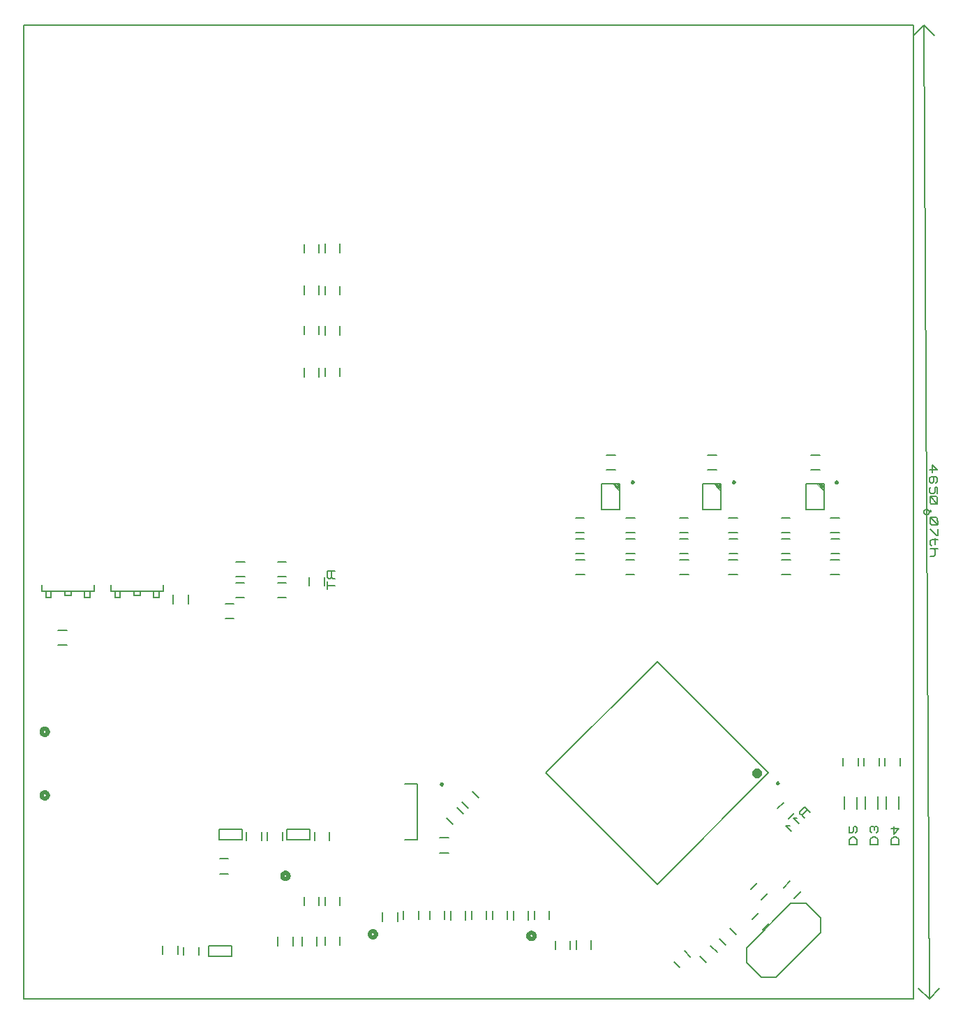
<source format=gbr>
G04 PROTEUS GERBER X2 FILE*
%TF.GenerationSoftware,Labcenter,Proteus,8.7-SP3-Build25561*%
%TF.CreationDate,2021-06-23T20:43:36+00:00*%
%TF.FileFunction,Legend,Bot*%
%TF.FilePolarity,Positive*%
%TF.Part,Single*%
%TF.SameCoordinates,{72a0a031-abb8-4097-8df3-996e39d3871e}*%
%FSLAX45Y45*%
%MOMM*%
G01*
%TA.AperFunction,Material*%
%ADD62C,0.200000*%
%ADD67C,0.600000*%
%ADD68C,0.250000*%
%TA.AperFunction,Profile*%
%ADD47C,0.203200*%
%TA.AperFunction,Material*%
%ADD61C,0.203200*%
%ADD69C,0.100000*%
%ADD64C,0.508000*%
%TA.AperFunction,NonMaterial*%
%ADD48C,0.203200*%
%TD.AperFunction*%
D62*
X+6604000Y-8072565D02*
X+5253426Y-6721991D01*
X+6604000Y-5371417D01*
X+7954574Y-6721991D01*
X+6604000Y-8072565D01*
D67*
X+7843152Y-6721991D02*
X+7843049Y-6719502D01*
X+7842207Y-6714522D01*
X+7840447Y-6709542D01*
X+7837570Y-6704562D01*
X+7833169Y-6699646D01*
X+7828189Y-6696032D01*
X+7823209Y-6693727D01*
X+7818229Y-6692424D01*
X+7813249Y-6691991D01*
X+7813152Y-6691991D01*
X+7783152Y-6721991D02*
X+7783255Y-6719502D01*
X+7784097Y-6714522D01*
X+7785857Y-6709542D01*
X+7788734Y-6704562D01*
X+7793135Y-6699646D01*
X+7798115Y-6696032D01*
X+7803095Y-6693727D01*
X+7808075Y-6692424D01*
X+7813055Y-6691991D01*
X+7813152Y-6691991D01*
X+7783152Y-6721991D02*
X+7783255Y-6724480D01*
X+7784097Y-6729460D01*
X+7785857Y-6734440D01*
X+7788734Y-6739420D01*
X+7793135Y-6744336D01*
X+7798115Y-6747950D01*
X+7803095Y-6750255D01*
X+7808075Y-6751558D01*
X+7813055Y-6751991D01*
X+7813152Y-6751991D01*
X+7843152Y-6721991D02*
X+7843049Y-6724480D01*
X+7842207Y-6729460D01*
X+7840447Y-6734440D01*
X+7837570Y-6739420D01*
X+7833169Y-6744336D01*
X+7828189Y-6747950D01*
X+7823209Y-6750255D01*
X+7818229Y-6751558D01*
X+7813249Y-6751991D01*
X+7813152Y-6751991D01*
D68*
X+8076675Y-6845735D02*
X+8076632Y-6844696D01*
X+8076280Y-6842617D01*
X+8075543Y-6840538D01*
X+8074339Y-6838459D01*
X+8072498Y-6836409D01*
X+8070419Y-6834906D01*
X+8068340Y-6833949D01*
X+8066261Y-6833410D01*
X+8064182Y-6833235D01*
X+8064175Y-6833235D01*
X+8051675Y-6845735D02*
X+8051718Y-6844696D01*
X+8052070Y-6842617D01*
X+8052807Y-6840538D01*
X+8054011Y-6838459D01*
X+8055852Y-6836409D01*
X+8057931Y-6834906D01*
X+8060010Y-6833949D01*
X+8062089Y-6833410D01*
X+8064168Y-6833235D01*
X+8064175Y-6833235D01*
X+8051675Y-6845735D02*
X+8051718Y-6846774D01*
X+8052070Y-6848853D01*
X+8052807Y-6850932D01*
X+8054011Y-6853011D01*
X+8055852Y-6855061D01*
X+8057931Y-6856564D01*
X+8060010Y-6857521D01*
X+8062089Y-6858060D01*
X+8064168Y-6858235D01*
X+8064175Y-6858235D01*
X+8076675Y-6845735D02*
X+8076632Y-6846774D01*
X+8076280Y-6848853D01*
X+8075543Y-6850932D01*
X+8074339Y-6853011D01*
X+8072498Y-6855061D01*
X+8070419Y-6856564D01*
X+8068340Y-6857521D01*
X+8066261Y-6858060D01*
X+8064182Y-6858235D01*
X+8064175Y-6858235D01*
D47*
X-1079500Y-9461500D02*
X+9715500Y-9461500D01*
X+9715500Y+2349500D01*
X-1079500Y+2349500D01*
X-1079500Y-9461500D01*
D61*
X+1164590Y-8944610D02*
X+1443990Y-8944610D01*
X+1443990Y-8817610D01*
X+1164590Y-8817610D01*
X+1164590Y-8944610D01*
X+2112010Y-7530349D02*
X+2391410Y-7530349D01*
X+2391410Y-7403349D01*
X+2112010Y-7403349D01*
X+2112010Y-7530349D01*
X+1286510Y-7530349D02*
X+1565910Y-7530349D01*
X+1565910Y-7403349D01*
X+1286510Y-7403349D01*
X+1286510Y-7530349D01*
D62*
X+2503000Y-811000D02*
X+2503000Y-921000D01*
X+2323000Y-811000D02*
X+2323000Y-921000D01*
X+2503000Y-313000D02*
X+2503000Y-413000D01*
X+2323000Y-313000D02*
X+2323000Y-413000D01*
X+2757000Y-303000D02*
X+2757000Y-413000D01*
X+2577000Y-303000D02*
X+2577000Y-413000D01*
X+2757000Y-821000D02*
X+2757000Y-921000D01*
X+2577000Y-821000D02*
X+2577000Y-921000D01*
D61*
X-228600Y-4445000D02*
X-228600Y-4521200D01*
X-863600Y-4521200D01*
X-863600Y-4445000D01*
X-508000Y-4521200D02*
X-508000Y-4572000D01*
X-584200Y-4572000D01*
X-584200Y-4521200D01*
X-279400Y-4521200D02*
X-279400Y-4597400D01*
X-342900Y-4597400D01*
X-342900Y-4521200D01*
X-812800Y-4521200D02*
X-812800Y-4597400D01*
X-749300Y-4597400D01*
X-749300Y-4521200D02*
X-749300Y-4597400D01*
X+609600Y-4445000D02*
X+609600Y-4521200D01*
X-25400Y-4521200D01*
X-25400Y-4445000D01*
X+330200Y-4521200D02*
X+330200Y-4572000D01*
X+254000Y-4572000D01*
X+254000Y-4521200D01*
X+558800Y-4521200D02*
X+558800Y-4597400D01*
X+495300Y-4597400D01*
X+495300Y-4521200D01*
X+25400Y-4521200D02*
X+25400Y-4597400D01*
X+88900Y-4597400D01*
X+88900Y-4521200D02*
X+88900Y-4597400D01*
D62*
X-557000Y-5170000D02*
X-667000Y-5170000D01*
X-557000Y-4990000D02*
X-667000Y-4990000D01*
X+735500Y-4667500D02*
X+735500Y-4557500D01*
X+915500Y-4667500D02*
X+915500Y-4557500D01*
X+2757000Y-1301500D02*
X+2757000Y-1411500D01*
X+2577000Y-1301500D02*
X+2577000Y-1411500D01*
X+2503000Y-1809500D02*
X+2503000Y-1919500D01*
X+2323000Y-1809500D02*
X+2323000Y-1919500D01*
X+2757000Y-1809500D02*
X+2757000Y-1909500D01*
X+2577000Y-1809500D02*
X+2577000Y-1909500D01*
X+2503000Y-1301500D02*
X+2503000Y-1401500D01*
X+2323000Y-1301500D02*
X+2323000Y-1401500D01*
D68*
X+6316500Y-3195902D02*
X+6316457Y-3194863D01*
X+6316105Y-3192784D01*
X+6315368Y-3190705D01*
X+6314164Y-3188626D01*
X+6312323Y-3186576D01*
X+6310244Y-3185073D01*
X+6308165Y-3184116D01*
X+6306086Y-3183577D01*
X+6304007Y-3183402D01*
X+6304000Y-3183402D01*
X+6291500Y-3195902D02*
X+6291543Y-3194863D01*
X+6291895Y-3192784D01*
X+6292632Y-3190705D01*
X+6293836Y-3188626D01*
X+6295677Y-3186576D01*
X+6297756Y-3185073D01*
X+6299835Y-3184116D01*
X+6301914Y-3183577D01*
X+6303993Y-3183402D01*
X+6304000Y-3183402D01*
X+6291500Y-3195902D02*
X+6291543Y-3196941D01*
X+6291895Y-3199020D01*
X+6292632Y-3201099D01*
X+6293836Y-3203178D01*
X+6295677Y-3205228D01*
X+6297756Y-3206731D01*
X+6299835Y-3207688D01*
X+6301914Y-3208227D01*
X+6303993Y-3208402D01*
X+6304000Y-3208402D01*
X+6316500Y-3195902D02*
X+6316457Y-3196941D01*
X+6316105Y-3199020D01*
X+6315368Y-3201099D01*
X+6314164Y-3203178D01*
X+6312323Y-3205228D01*
X+6310244Y-3206731D01*
X+6308165Y-3207688D01*
X+6306086Y-3208227D01*
X+6304007Y-3208402D01*
X+6304000Y-3208402D01*
D62*
X+6154000Y-3525902D02*
X+5934000Y-3525902D01*
X+5934000Y-3215902D01*
X+6154000Y-3215902D01*
X+6154000Y-3525902D01*
D69*
X+6154000Y-3225902D02*
X+6144000Y-3215902D01*
X+6154000Y-3235902D02*
X+6134000Y-3215902D01*
X+6154000Y-3245902D02*
X+6124000Y-3215902D01*
X+6154000Y-3255902D02*
X+6114000Y-3215902D01*
X+6154000Y-3265902D02*
X+6104000Y-3215902D01*
X+6154000Y-3275902D02*
X+6094000Y-3215902D01*
X+6154000Y-3285902D02*
X+6084000Y-3215902D01*
X+6154000Y-3295902D02*
X+6074000Y-3215902D01*
X+6154000Y-3305902D02*
X+6064000Y-3215902D01*
D68*
X+7543607Y-3195533D02*
X+7543564Y-3194494D01*
X+7543212Y-3192415D01*
X+7542475Y-3190336D01*
X+7541271Y-3188257D01*
X+7539430Y-3186207D01*
X+7537351Y-3184704D01*
X+7535272Y-3183747D01*
X+7533193Y-3183208D01*
X+7531114Y-3183033D01*
X+7531107Y-3183033D01*
X+7518607Y-3195533D02*
X+7518650Y-3194494D01*
X+7519002Y-3192415D01*
X+7519739Y-3190336D01*
X+7520943Y-3188257D01*
X+7522784Y-3186207D01*
X+7524863Y-3184704D01*
X+7526942Y-3183747D01*
X+7529021Y-3183208D01*
X+7531100Y-3183033D01*
X+7531107Y-3183033D01*
X+7518607Y-3195533D02*
X+7518650Y-3196572D01*
X+7519002Y-3198651D01*
X+7519739Y-3200730D01*
X+7520943Y-3202809D01*
X+7522784Y-3204859D01*
X+7524863Y-3206362D01*
X+7526942Y-3207319D01*
X+7529021Y-3207858D01*
X+7531100Y-3208033D01*
X+7531107Y-3208033D01*
X+7543607Y-3195533D02*
X+7543564Y-3196572D01*
X+7543212Y-3198651D01*
X+7542475Y-3200730D01*
X+7541271Y-3202809D01*
X+7539430Y-3204859D01*
X+7537351Y-3206362D01*
X+7535272Y-3207319D01*
X+7533193Y-3207858D01*
X+7531114Y-3208033D01*
X+7531107Y-3208033D01*
D62*
X+7381107Y-3525533D02*
X+7161107Y-3525533D01*
X+7161107Y-3215533D01*
X+7381107Y-3215533D01*
X+7381107Y-3525533D01*
D69*
X+7381107Y-3225533D02*
X+7371107Y-3215533D01*
X+7381107Y-3235533D02*
X+7361107Y-3215533D01*
X+7381107Y-3245533D02*
X+7351107Y-3215533D01*
X+7381107Y-3255533D02*
X+7341107Y-3215533D01*
X+7381107Y-3265533D02*
X+7331107Y-3215533D01*
X+7381107Y-3275533D02*
X+7321107Y-3215533D01*
X+7381107Y-3285533D02*
X+7311107Y-3215533D01*
X+7381107Y-3295533D02*
X+7301107Y-3215533D01*
X+7381107Y-3305533D02*
X+7291107Y-3215533D01*
D68*
X+8793369Y-3197033D02*
X+8793326Y-3195994D01*
X+8792974Y-3193915D01*
X+8792237Y-3191836D01*
X+8791033Y-3189757D01*
X+8789192Y-3187707D01*
X+8787113Y-3186204D01*
X+8785034Y-3185247D01*
X+8782955Y-3184708D01*
X+8780876Y-3184533D01*
X+8780869Y-3184533D01*
X+8768369Y-3197033D02*
X+8768412Y-3195994D01*
X+8768764Y-3193915D01*
X+8769501Y-3191836D01*
X+8770705Y-3189757D01*
X+8772546Y-3187707D01*
X+8774625Y-3186204D01*
X+8776704Y-3185247D01*
X+8778783Y-3184708D01*
X+8780862Y-3184533D01*
X+8780869Y-3184533D01*
X+8768369Y-3197033D02*
X+8768412Y-3198072D01*
X+8768764Y-3200151D01*
X+8769501Y-3202230D01*
X+8770705Y-3204309D01*
X+8772546Y-3206359D01*
X+8774625Y-3207862D01*
X+8776704Y-3208819D01*
X+8778783Y-3209358D01*
X+8780862Y-3209533D01*
X+8780869Y-3209533D01*
X+8793369Y-3197033D02*
X+8793326Y-3198072D01*
X+8792974Y-3200151D01*
X+8792237Y-3202230D01*
X+8791033Y-3204309D01*
X+8789192Y-3206359D01*
X+8787113Y-3207862D01*
X+8785034Y-3208819D01*
X+8782955Y-3209358D01*
X+8780876Y-3209533D01*
X+8780869Y-3209533D01*
D62*
X+8630869Y-3527033D02*
X+8410869Y-3527033D01*
X+8410869Y-3217033D01*
X+8630869Y-3217033D01*
X+8630869Y-3527033D01*
D69*
X+8630869Y-3227033D02*
X+8620869Y-3217033D01*
X+8630869Y-3237033D02*
X+8610869Y-3217033D01*
X+8630869Y-3247033D02*
X+8600869Y-3217033D01*
X+8630869Y-3257033D02*
X+8590869Y-3217033D01*
X+8630869Y-3267033D02*
X+8580869Y-3217033D01*
X+8630869Y-3277033D02*
X+8570869Y-3217033D01*
X+8630869Y-3287033D02*
X+8560869Y-3217033D01*
X+8630869Y-3297033D02*
X+8550869Y-3217033D01*
X+8630869Y-3307033D02*
X+8540869Y-3217033D01*
D62*
X+6100500Y-3047402D02*
X+5990500Y-3047402D01*
X+6100500Y-2867402D02*
X+5990500Y-2867402D01*
X+7327607Y-3047033D02*
X+7217607Y-3047033D01*
X+7327607Y-2867033D02*
X+7217607Y-2867033D01*
X+8577369Y-3048533D02*
X+8467369Y-3048533D01*
X+8577369Y-2868533D02*
X+8467369Y-2868533D01*
X+6337000Y-3809402D02*
X+6227000Y-3809402D01*
X+6337000Y-3629402D02*
X+6227000Y-3629402D01*
X+7581607Y-3809033D02*
X+7471607Y-3809033D01*
X+7581607Y-3629033D02*
X+7471607Y-3629033D01*
X+8813869Y-3809033D02*
X+8703869Y-3809033D01*
X+8813869Y-3629033D02*
X+8703869Y-3629033D01*
X+6337000Y-4063402D02*
X+6227000Y-4063402D01*
X+6337000Y-3883402D02*
X+6227000Y-3883402D01*
X+5729500Y-4317402D02*
X+5619500Y-4317402D01*
X+5729500Y-4137402D02*
X+5619500Y-4137402D01*
X+5619500Y-3629402D02*
X+5719500Y-3629402D01*
X+5619500Y-3809402D02*
X+5719500Y-3809402D01*
X+6327000Y-4317402D02*
X+6227000Y-4317402D01*
X+6327000Y-4137402D02*
X+6227000Y-4137402D01*
X+5719500Y-4063402D02*
X+5619500Y-4063402D01*
X+5719500Y-3883402D02*
X+5619500Y-3883402D01*
X+6882607Y-3629033D02*
X+6982607Y-3629033D01*
X+6882607Y-3809033D02*
X+6982607Y-3809033D01*
X+7581607Y-4063033D02*
X+7481607Y-4063033D01*
X+7581607Y-3883033D02*
X+7481607Y-3883033D01*
X+6982607Y-4063033D02*
X+6882607Y-4063033D01*
X+6982607Y-3883033D02*
X+6882607Y-3883033D01*
X+8114869Y-3629033D02*
X+8214869Y-3629033D01*
X+8114869Y-3809033D02*
X+8214869Y-3809033D01*
X+8813869Y-4063033D02*
X+8713869Y-4063033D01*
X+8813869Y-3883033D02*
X+8713869Y-3883033D01*
X+8214869Y-4063033D02*
X+8114869Y-4063033D01*
X+8214869Y-3883033D02*
X+8114869Y-3883033D01*
X+6992607Y-4317033D02*
X+6882607Y-4317033D01*
X+6992607Y-4137033D02*
X+6882607Y-4137033D01*
X+7581607Y-4317033D02*
X+7471607Y-4317033D01*
X+7581607Y-4137033D02*
X+7471607Y-4137033D01*
X+8224869Y-4317033D02*
X+8114869Y-4317033D01*
X+8224869Y-4137033D02*
X+8114869Y-4137033D01*
X+8813869Y-4317033D02*
X+8703869Y-4317033D01*
X+8813869Y-4137033D02*
X+8703869Y-4137033D01*
D68*
X+4001000Y-6858199D02*
X+4000957Y-6857160D01*
X+4000605Y-6855081D01*
X+3999868Y-6853002D01*
X+3998664Y-6850923D01*
X+3996823Y-6848873D01*
X+3994744Y-6847370D01*
X+3992665Y-6846413D01*
X+3990586Y-6845874D01*
X+3988507Y-6845699D01*
X+3988500Y-6845699D01*
X+3976000Y-6858199D02*
X+3976043Y-6857160D01*
X+3976395Y-6855081D01*
X+3977132Y-6853002D01*
X+3978336Y-6850923D01*
X+3980177Y-6848873D01*
X+3982256Y-6847370D01*
X+3984335Y-6846413D01*
X+3986414Y-6845874D01*
X+3988493Y-6845699D01*
X+3988500Y-6845699D01*
X+3976000Y-6858199D02*
X+3976043Y-6859238D01*
X+3976395Y-6861317D01*
X+3977132Y-6863396D01*
X+3978336Y-6865475D01*
X+3980177Y-6867525D01*
X+3982256Y-6869028D01*
X+3984335Y-6869985D01*
X+3986414Y-6870524D01*
X+3988493Y-6870699D01*
X+3988500Y-6870699D01*
X+4001000Y-6858199D02*
X+4000957Y-6859238D01*
X+4000605Y-6861317D01*
X+3999868Y-6863396D01*
X+3998664Y-6865475D01*
X+3996823Y-6867525D01*
X+3994744Y-6869028D01*
X+3992665Y-6869985D01*
X+3990586Y-6870524D01*
X+3988507Y-6870699D01*
X+3988500Y-6870699D01*
D62*
X+3546000Y-7528199D02*
X+3696000Y-7528199D01*
X+3696000Y-6858199D01*
X+3546000Y-6858199D01*
D61*
X+8049093Y-9201118D02*
X+8587908Y-8662302D01*
X+8587908Y-8482697D01*
X+8408303Y-8303092D01*
X+8228698Y-8303092D01*
X+7689882Y-8841907D01*
X+7689882Y-9021513D01*
X+7869487Y-9201118D01*
X+8049093Y-9201118D01*
D62*
X+7486078Y-8607009D02*
X+7563860Y-8684790D01*
X+7358799Y-8734288D02*
X+7436580Y-8812070D01*
X+7944859Y-8184420D02*
X+7867078Y-8262202D01*
X+7817580Y-8057141D02*
X+7739798Y-8134922D01*
X+608500Y-8922000D02*
X+608500Y-8822000D01*
X+788500Y-8922000D02*
X+788500Y-8822000D01*
X+862500Y-8932380D02*
X+862500Y-8832380D01*
X+1042500Y-8932380D02*
X+1042500Y-8832380D01*
X+2323000Y-8330699D02*
X+2323000Y-8230699D01*
X+2503000Y-8330699D02*
X+2503000Y-8230699D01*
X+2630000Y-7441199D02*
X+2630000Y-7541199D01*
X+2450000Y-7441199D02*
X+2450000Y-7541199D01*
X+1301500Y-7764199D02*
X+1401500Y-7764199D01*
X+1301500Y-7944199D02*
X+1401500Y-7944199D01*
X+1804500Y-7441199D02*
X+1804500Y-7541199D01*
X+1624500Y-7441199D02*
X+1624500Y-7541199D01*
X+2577000Y-8330699D02*
X+2577000Y-8230699D01*
X+2757000Y-8330699D02*
X+2757000Y-8230699D01*
X+2058500Y-7441199D02*
X+2058500Y-7541199D01*
X+1878500Y-7441199D02*
X+1878500Y-7541199D01*
D64*
X+2133600Y-7971699D02*
X+2133469Y-7968541D01*
X+2132403Y-7962223D01*
X+2130172Y-7955905D01*
X+2126527Y-7949587D01*
X+2120952Y-7943348D01*
X+2114634Y-7938752D01*
X+2108316Y-7935819D01*
X+2101998Y-7934157D01*
X+2095680Y-7933599D01*
X+2095500Y-7933599D01*
X+2057400Y-7971699D02*
X+2057531Y-7968541D01*
X+2058597Y-7962223D01*
X+2060828Y-7955905D01*
X+2064473Y-7949587D01*
X+2070048Y-7943348D01*
X+2076366Y-7938752D01*
X+2082684Y-7935819D01*
X+2089002Y-7934157D01*
X+2095320Y-7933599D01*
X+2095500Y-7933599D01*
X+2057400Y-7971699D02*
X+2057531Y-7974857D01*
X+2058597Y-7981175D01*
X+2060828Y-7987493D01*
X+2064473Y-7993811D01*
X+2070048Y-8000050D01*
X+2076366Y-8004646D01*
X+2082684Y-8007579D01*
X+2089002Y-8009241D01*
X+2095320Y-8009799D01*
X+2095500Y-8009799D01*
X+2133600Y-7971699D02*
X+2133469Y-7974857D01*
X+2132403Y-7981175D01*
X+2130172Y-7987493D01*
X+2126527Y-7993811D01*
X+2120952Y-8000050D01*
X+2114634Y-8004646D01*
X+2108316Y-8007579D01*
X+2101998Y-8009241D01*
X+2095680Y-8009799D01*
X+2095500Y-8009799D01*
D62*
X+4123685Y-7342663D02*
X+4052975Y-7271953D01*
X+4250964Y-7215384D02*
X+4180254Y-7144674D01*
X+6936210Y-8882641D02*
X+7006920Y-8953351D01*
X+6808931Y-9009920D02*
X+6879641Y-9080630D01*
X+2757000Y-8711199D02*
X+2757000Y-8811199D01*
X+2577000Y-8711199D02*
X+2577000Y-8811199D01*
X+7204212Y-9024201D02*
X+7126430Y-8946420D01*
X+7331491Y-8896922D02*
X+7253710Y-8819140D01*
X+8142431Y-8113290D02*
X+8220212Y-8035508D01*
X+8269710Y-8240569D02*
X+8347492Y-8162788D01*
X+5805000Y-8748500D02*
X+5805000Y-8858500D01*
X+5625000Y-8748500D02*
X+5625000Y-8858500D01*
X+4363683Y-6947103D02*
X+4441465Y-7024884D01*
X+4236404Y-7074382D02*
X+4314185Y-7152164D01*
X+2300022Y-8821199D02*
X+2300022Y-8711199D01*
X+2480022Y-8821199D02*
X+2480022Y-8711199D01*
X+2005500Y-8821199D02*
X+2005500Y-8711199D01*
X+2185500Y-8821199D02*
X+2185500Y-8711199D01*
X+4863000Y-8503699D02*
X+4863000Y-8393699D01*
X+5043000Y-8503699D02*
X+5043000Y-8393699D01*
X+4101000Y-8503698D02*
X+4101000Y-8393698D01*
X+4281000Y-8503698D02*
X+4281000Y-8393698D01*
X+3275500Y-8521199D02*
X+3275500Y-8411199D01*
X+3455500Y-8521199D02*
X+3455500Y-8411199D01*
X+1602000Y-4344500D02*
X+1492000Y-4344500D01*
X+1602000Y-4164500D02*
X+1492000Y-4164500D01*
D61*
X+8879840Y-7010400D02*
X+8879840Y-7162800D01*
X+9027160Y-7012940D02*
X+9027160Y-7162800D01*
X+8938259Y-7592060D02*
X+9029699Y-7592060D01*
X+9029699Y-7528560D01*
X+8999219Y-7496810D01*
X+8968739Y-7496810D01*
X+8938259Y-7528560D01*
X+8938259Y-7592060D01*
X+9014459Y-7449185D02*
X+9029699Y-7433310D01*
X+9029699Y-7385685D01*
X+9014459Y-7369810D01*
X+8999219Y-7369810D01*
X+8983979Y-7385685D01*
X+8983979Y-7433310D01*
X+8968739Y-7449185D01*
X+8938259Y-7449185D01*
X+8938259Y-7369810D01*
X+9133840Y-7007860D02*
X+9133840Y-7160260D01*
X+9281160Y-7010400D02*
X+9281160Y-7160260D01*
X+9192260Y-7589520D02*
X+9283700Y-7589520D01*
X+9283700Y-7526020D01*
X+9253220Y-7494270D01*
X+9222740Y-7494270D01*
X+9192260Y-7526020D01*
X+9192260Y-7589520D01*
X+9268460Y-7446645D02*
X+9283700Y-7430770D01*
X+9283700Y-7383145D01*
X+9268460Y-7367270D01*
X+9253220Y-7367270D01*
X+9237980Y-7383145D01*
X+9222740Y-7367270D01*
X+9207500Y-7367270D01*
X+9192260Y-7383145D01*
X+9192260Y-7430770D01*
X+9207500Y-7446645D01*
X+9237980Y-7414895D02*
X+9237980Y-7383145D01*
X+9387840Y-7007860D02*
X+9387840Y-7160260D01*
X+9535160Y-7010400D02*
X+9535160Y-7160260D01*
X+9446260Y-7589520D02*
X+9537700Y-7589520D01*
X+9537700Y-7526020D01*
X+9507220Y-7494270D01*
X+9476740Y-7494270D01*
X+9446260Y-7526020D01*
X+9446260Y-7589520D01*
X+9476740Y-7367270D02*
X+9476740Y-7462520D01*
X+9537700Y-7399020D01*
X+9446260Y-7399020D01*
D64*
X+3194100Y-8679699D02*
X+3193969Y-8676541D01*
X+3192903Y-8670223D01*
X+3190672Y-8663905D01*
X+3187027Y-8657587D01*
X+3181452Y-8651348D01*
X+3175134Y-8646752D01*
X+3168816Y-8643819D01*
X+3162498Y-8642157D01*
X+3156180Y-8641599D01*
X+3156000Y-8641599D01*
X+3117900Y-8679699D02*
X+3118031Y-8676541D01*
X+3119097Y-8670223D01*
X+3121328Y-8663905D01*
X+3124973Y-8657587D01*
X+3130548Y-8651348D01*
X+3136866Y-8646752D01*
X+3143184Y-8643819D01*
X+3149502Y-8642157D01*
X+3155820Y-8641599D01*
X+3156000Y-8641599D01*
X+3117900Y-8679699D02*
X+3118031Y-8682857D01*
X+3119097Y-8689175D01*
X+3121328Y-8695493D01*
X+3124973Y-8701811D01*
X+3130548Y-8708050D01*
X+3136866Y-8712646D01*
X+3143184Y-8715579D01*
X+3149502Y-8717241D01*
X+3155820Y-8717799D01*
X+3156000Y-8717799D01*
X+3194100Y-8679699D02*
X+3193969Y-8682857D01*
X+3192903Y-8689175D01*
X+3190672Y-8695493D01*
X+3187027Y-8701811D01*
X+3181452Y-8708050D01*
X+3175134Y-8712646D01*
X+3168816Y-8715579D01*
X+3162498Y-8717241D01*
X+3156180Y-8717799D01*
X+3156000Y-8717799D01*
D62*
X+7959420Y-8550859D02*
X+7888710Y-8621569D01*
X+7832141Y-8423580D02*
X+7761431Y-8494290D01*
X+8068036Y-7151884D02*
X+8138746Y-7081174D01*
X+8195315Y-7279163D02*
X+8266025Y-7208453D01*
D61*
X+8458654Y-7202386D02*
X+8393997Y-7137729D01*
X+8337870Y-7193855D01*
X+8337421Y-7215857D01*
X+8348197Y-7226633D01*
X+8370199Y-7226184D01*
X+8426325Y-7170057D01*
X+8370199Y-7226184D02*
X+8369750Y-7248186D01*
X+8391302Y-7269738D01*
X+8303296Y-7271535D02*
X+8259292Y-7272433D01*
X+8323950Y-7337091D01*
X+8213494Y-7361337D02*
X+8169490Y-7362235D01*
X+8234148Y-7426893D01*
D62*
X+5551000Y-8758500D02*
X+5551000Y-8858500D01*
X+5371000Y-8758500D02*
X+5371000Y-8858500D01*
X+4789000Y-8393699D02*
X+4789000Y-8493699D01*
X+4609000Y-8393699D02*
X+4609000Y-8493699D01*
X+4535000Y-8393699D02*
X+4535000Y-8493699D01*
X+4355000Y-8393699D02*
X+4355000Y-8493699D01*
X+3709500Y-8393699D02*
X+3709500Y-8493699D01*
X+3529500Y-8393699D02*
X+3529500Y-8493699D01*
X+8863500Y-6638540D02*
X+8863500Y-6538540D01*
X+9043500Y-6638540D02*
X+9043500Y-6538540D01*
X+9117500Y-6638540D02*
X+9117500Y-6538540D01*
X+9297500Y-6638540D02*
X+9297500Y-6538540D01*
X+9371500Y-6638540D02*
X+9371500Y-6538540D01*
X+9551500Y-6638540D02*
X+9551500Y-6538540D01*
X+2000000Y-4418500D02*
X+2100000Y-4418500D01*
X+2000000Y-4598500D02*
X+2100000Y-4598500D01*
X+2000000Y-4164500D02*
X+2100000Y-4164500D01*
X+2000000Y-4344500D02*
X+2100000Y-4344500D01*
X+1492000Y-4418500D02*
X+1592000Y-4418500D01*
X+1492000Y-4598500D02*
X+1592000Y-4598500D01*
X+1465000Y-4852500D02*
X+1365000Y-4852500D01*
X+1465000Y-4672500D02*
X+1365000Y-4672500D01*
X+5297000Y-8393699D02*
X+5297000Y-8493699D01*
X+5117000Y-8393699D02*
X+5117000Y-8493699D01*
X+4027000Y-8393699D02*
X+4027000Y-8493699D01*
X+3847000Y-8393699D02*
X+3847000Y-8493699D01*
X+2386500Y-4449500D02*
X+2386500Y-4349500D01*
X+2566500Y-4449500D02*
X+2566500Y-4349500D01*
D61*
X+2698420Y-4272500D02*
X+2606980Y-4272500D01*
X+2606980Y-4351875D01*
X+2622220Y-4367750D01*
X+2637460Y-4367750D01*
X+2652700Y-4351875D01*
X+2652700Y-4272500D01*
X+2652700Y-4351875D02*
X+2667940Y-4367750D01*
X+2698420Y-4367750D01*
X+2606980Y-4399500D02*
X+2606980Y-4494750D01*
X+2606980Y-4447125D02*
X+2698420Y-4447125D01*
D64*
X+5118100Y-8699500D02*
X+5117969Y-8696342D01*
X+5116903Y-8690024D01*
X+5114672Y-8683706D01*
X+5111027Y-8677388D01*
X+5105452Y-8671149D01*
X+5099134Y-8666553D01*
X+5092816Y-8663620D01*
X+5086498Y-8661958D01*
X+5080180Y-8661400D01*
X+5080000Y-8661400D01*
X+5041900Y-8699500D02*
X+5042031Y-8696342D01*
X+5043097Y-8690024D01*
X+5045328Y-8683706D01*
X+5048973Y-8677388D01*
X+5054548Y-8671149D01*
X+5060866Y-8666553D01*
X+5067184Y-8663620D01*
X+5073502Y-8661958D01*
X+5079820Y-8661400D01*
X+5080000Y-8661400D01*
X+5041900Y-8699500D02*
X+5042031Y-8702658D01*
X+5043097Y-8708976D01*
X+5045328Y-8715294D01*
X+5048973Y-8721612D01*
X+5054548Y-8727851D01*
X+5060866Y-8732447D01*
X+5067184Y-8735380D01*
X+5073502Y-8737042D01*
X+5079820Y-8737600D01*
X+5080000Y-8737600D01*
X+5118100Y-8699500D02*
X+5117969Y-8702658D01*
X+5116903Y-8708976D01*
X+5114672Y-8715294D01*
X+5111027Y-8721612D01*
X+5105452Y-8727851D01*
X+5099134Y-8732447D01*
X+5092816Y-8735380D01*
X+5086498Y-8737042D01*
X+5080180Y-8737600D01*
X+5080000Y-8737600D01*
D62*
X+4078500Y-7690199D02*
X+3968500Y-7690199D01*
X+4078500Y-7510199D02*
X+3968500Y-7510199D01*
D64*
X-787400Y-6223000D02*
X-787531Y-6219842D01*
X-788597Y-6213524D01*
X-790828Y-6207206D01*
X-794473Y-6200888D01*
X-800048Y-6194649D01*
X-806366Y-6190053D01*
X-812684Y-6187120D01*
X-819002Y-6185458D01*
X-825320Y-6184900D01*
X-825500Y-6184900D01*
X-863600Y-6223000D02*
X-863469Y-6219842D01*
X-862403Y-6213524D01*
X-860172Y-6207206D01*
X-856527Y-6200888D01*
X-850952Y-6194649D01*
X-844634Y-6190053D01*
X-838316Y-6187120D01*
X-831998Y-6185458D01*
X-825680Y-6184900D01*
X-825500Y-6184900D01*
X-863600Y-6223000D02*
X-863469Y-6226158D01*
X-862403Y-6232476D01*
X-860172Y-6238794D01*
X-856527Y-6245112D01*
X-850952Y-6251351D01*
X-844634Y-6255947D01*
X-838316Y-6258880D01*
X-831998Y-6260542D01*
X-825680Y-6261100D01*
X-825500Y-6261100D01*
X-787400Y-6223000D02*
X-787531Y-6226158D01*
X-788597Y-6232476D01*
X-790828Y-6238794D01*
X-794473Y-6245112D01*
X-800048Y-6251351D01*
X-806366Y-6255947D01*
X-812684Y-6258880D01*
X-819002Y-6260542D01*
X-825320Y-6261100D01*
X-825500Y-6261100D01*
X-787400Y-6994500D02*
X-787531Y-6991342D01*
X-788597Y-6985024D01*
X-790828Y-6978706D01*
X-794473Y-6972388D01*
X-800048Y-6966149D01*
X-806366Y-6961553D01*
X-812684Y-6958620D01*
X-819002Y-6956958D01*
X-825320Y-6956400D01*
X-825500Y-6956400D01*
X-863600Y-6994500D02*
X-863469Y-6991342D01*
X-862403Y-6985024D01*
X-860172Y-6978706D01*
X-856527Y-6972388D01*
X-850952Y-6966149D01*
X-844634Y-6961553D01*
X-838316Y-6958620D01*
X-831998Y-6956958D01*
X-825680Y-6956400D01*
X-825500Y-6956400D01*
X-863600Y-6994500D02*
X-863469Y-6997658D01*
X-862403Y-7003976D01*
X-860172Y-7010294D01*
X-856527Y-7016612D01*
X-850952Y-7022851D01*
X-844634Y-7027447D01*
X-838316Y-7030380D01*
X-831998Y-7032042D01*
X-825680Y-7032600D01*
X-825500Y-7032600D01*
X-787400Y-6994500D02*
X-787531Y-6997658D01*
X-788597Y-7003976D01*
X-790828Y-7010294D01*
X-794473Y-7016612D01*
X-800048Y-7022851D01*
X-806366Y-7027447D01*
X-812684Y-7030380D01*
X-819002Y-7032042D01*
X-825320Y-7032600D01*
X-825500Y-7032600D01*
D48*
X+9842500Y+2349500D02*
X+9906000Y-9461500D01*
X+9842500Y+2349500D02*
X+9716184Y+2221819D01*
X+9842500Y+2349500D02*
X+9970180Y+2223184D01*
X+9906000Y-9461500D02*
X+10032315Y-9333819D01*
X+9906000Y-9461500D02*
X+9778319Y-9335184D01*
X+9906000Y-3556000D02*
X+9905891Y-3553366D01*
X+9905001Y-3548097D01*
X+9903139Y-3542828D01*
X+9900096Y-3537559D01*
X+9895441Y-3532357D01*
X+9890172Y-3528531D01*
X+9884903Y-3526091D01*
X+9879634Y-3524710D01*
X+9874365Y-3524250D01*
X+9874250Y-3524250D01*
X+9842500Y-3556000D02*
X+9842609Y-3553366D01*
X+9843499Y-3548097D01*
X+9845361Y-3542828D01*
X+9848404Y-3537559D01*
X+9853059Y-3532357D01*
X+9858328Y-3528531D01*
X+9863597Y-3526091D01*
X+9868866Y-3524710D01*
X+9874135Y-3524250D01*
X+9874250Y-3524250D01*
X+9842500Y-3556000D02*
X+9842609Y-3558634D01*
X+9843499Y-3563903D01*
X+9845361Y-3569172D01*
X+9848404Y-3574441D01*
X+9853059Y-3579643D01*
X+9858328Y-3583469D01*
X+9863597Y-3585909D01*
X+9868866Y-3587290D01*
X+9874135Y-3587750D01*
X+9874250Y-3587750D01*
X+9906000Y-3556000D02*
X+9905891Y-3558634D01*
X+9905001Y-3563903D01*
X+9903139Y-3569172D01*
X+9900096Y-3574441D01*
X+9895441Y-3579643D01*
X+9890172Y-3583469D01*
X+9884903Y-3585909D01*
X+9879634Y-3587290D01*
X+9874365Y-3587750D01*
X+9874250Y-3587750D01*
X+9942876Y-3079385D02*
X+9942377Y-2984136D01*
X+10003669Y-3047316D01*
X+9912230Y-3047795D01*
X+9989260Y-3206143D02*
X+10004417Y-3190189D01*
X+10004168Y-3142564D01*
X+9988845Y-3126769D01*
X+9927885Y-3127088D01*
X+9912729Y-3143043D01*
X+9912978Y-3190667D01*
X+9928301Y-3206462D01*
X+9943541Y-3206383D01*
X+9958698Y-3190428D01*
X+9958365Y-3126929D01*
X+10005165Y-3333062D02*
X+10004749Y-3253688D01*
X+9974270Y-3253848D01*
X+9974602Y-3317347D01*
X+9959446Y-3333302D01*
X+9928966Y-3333461D01*
X+9913643Y-3317666D01*
X+9913394Y-3270042D01*
X+9928550Y-3254087D01*
X+9929132Y-3365211D02*
X+9990092Y-3364891D01*
X+10005414Y-3380686D01*
X+10005747Y-3444186D01*
X+9990590Y-3460140D01*
X+9929631Y-3460459D01*
X+9914308Y-3444664D01*
X+9913976Y-3381165D01*
X+9929132Y-3365211D01*
X+9913893Y-3365290D02*
X+10005830Y-3460060D01*
X+9930047Y-3539833D02*
X+9930130Y-3555708D01*
X+9914890Y-3555788D01*
X+9914807Y-3539913D01*
X+9930047Y-3539833D01*
X+9930462Y-3619207D02*
X+9991422Y-3618887D01*
X+10006744Y-3634682D01*
X+10007077Y-3698182D01*
X+9991920Y-3714136D01*
X+9930961Y-3714455D01*
X+9915638Y-3698660D01*
X+9915306Y-3635161D01*
X+9930462Y-3619207D01*
X+9915223Y-3619286D02*
X+10007160Y-3714056D01*
X+10007409Y-3761681D02*
X+10007825Y-3841055D01*
X+9992585Y-3841135D01*
X+9915971Y-3762160D01*
X+10008074Y-3888679D02*
X+9931875Y-3889078D01*
X+9916719Y-3905033D01*
X+9916968Y-3952657D01*
X+9932291Y-3968452D01*
X+9977512Y-3872964D02*
X+9977927Y-3952338D01*
X+9917716Y-4095530D02*
X+9963436Y-4095291D01*
X+9978592Y-4079336D01*
X+9978260Y-4015837D01*
X+9962937Y-4000042D01*
X+10008656Y-3999803D02*
X+9917218Y-4000281D01*
M02*

</source>
